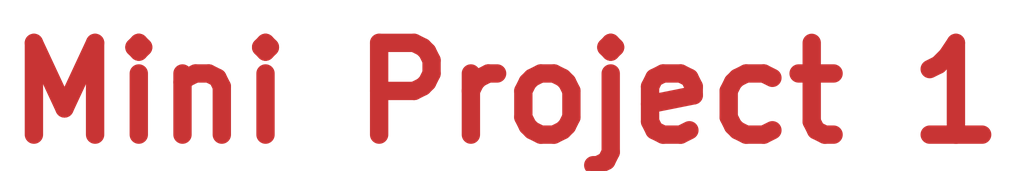
<source format=kicad_pcb>
(kicad_pcb (version 20221018) (generator pcbnew)

  (general
    (thickness 1.6)
  )

  (paper "A4")
  (layers
    (0 "F.Cu" signal)
    (31 "B.Cu" signal)
    (32 "B.Adhes" user "B.Adhesive")
    (33 "F.Adhes" user "F.Adhesive")
    (34 "B.Paste" user)
    (35 "F.Paste" user)
    (36 "B.SilkS" user "B.Silkscreen")
    (37 "F.SilkS" user "F.Silkscreen")
    (38 "B.Mask" user)
    (39 "F.Mask" user)
    (40 "Dwgs.User" user "User.Drawings")
    (41 "Cmts.User" user "User.Comments")
    (42 "Eco1.User" user "User.Eco1")
    (43 "Eco2.User" user "User.Eco2")
    (44 "Edge.Cuts" user)
    (45 "Margin" user)
    (46 "B.CrtYd" user "B.Courtyard")
    (47 "F.CrtYd" user "F.Courtyard")
    (48 "B.Fab" user)
    (49 "F.Fab" user)
    (50 "User.1" user)
    (51 "User.2" user)
    (52 "User.3" user)
    (53 "User.4" user)
    (54 "User.5" user)
    (55 "User.6" user)
    (56 "User.7" user)
    (57 "User.8" user)
    (58 "User.9" user)
  )

  (setup
    (pad_to_mask_clearance 0)
    (pcbplotparams
      (layerselection 0x00010fc_ffffffff)
      (plot_on_all_layers_selection 0x0000000_00000000)
      (disableapertmacros false)
      (usegerberextensions false)
      (usegerberattributes true)
      (usegerberadvancedattributes true)
      (creategerberjobfile true)
      (dashed_line_dash_ratio 12.000000)
      (dashed_line_gap_ratio 3.000000)
      (svgprecision 4)
      (plotframeref false)
      (viasonmask false)
      (mode 1)
      (useauxorigin false)
      (hpglpennumber 1)
      (hpglpenspeed 20)
      (hpglpendiameter 15.000000)
      (dxfpolygonmode true)
      (dxfimperialunits true)
      (dxfusepcbnewfont true)
      (psnegative false)
      (psa4output false)
      (plotreference true)
      (plotvalue true)
      (plotinvisibletext false)
      (sketchpadsonfab false)
      (subtractmaskfromsilk false)
      (outputformat 1)
      (mirror false)
      (drillshape 1)
      (scaleselection 1)
      (outputdirectory "")
    )
  )

  (net 0 "")

  (gr_text "Mini Project 1" (at 187.96 190.5) (layer "F.Cu") (tstamp 9a845b77-66d0-4a21-bae1-9beefa25970e)
    (effects (font (size 1.5 1.5) (thickness 0.3) bold) (justify left bottom))
  )

)

</source>
